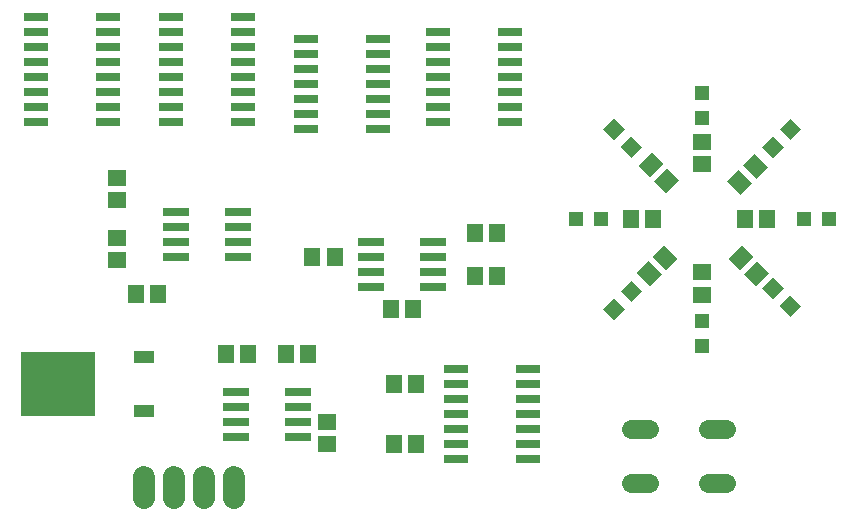
<source format=gts>
G04 EAGLE Gerber RS-274X export*
G75*
%MOMM*%
%FSLAX34Y34*%
%LPD*%
%INSoldermask Top*%
%IPPOS*%
%AMOC8*
5,1,8,0,0,1.08239X$1,22.5*%
G01*
%ADD10R,1.601600X1.401600*%
%ADD11R,1.401600X1.601600*%
%ADD12R,1.301600X1.301600*%
%ADD13R,1.301600X1.301600*%
%ADD14R,6.301600X5.501600*%
%ADD15R,1.701600X1.101600*%
%ADD16R,2.301600X0.701600*%
%ADD17R,2.133600X0.762000*%
%ADD18C,1.625600*%
%ADD19C,1.901600*%


D10*
X114300Y282600D03*
X114300Y301600D03*
X292100Y95200D03*
X292100Y76200D03*
D11*
X298400Y234950D03*
X279400Y234950D03*
D12*
X609600Y373720D03*
X609600Y352720D03*
D13*
G36*
X684335Y333502D02*
X675132Y342705D01*
X684335Y351908D01*
X693538Y342705D01*
X684335Y333502D01*
G37*
G36*
X669485Y318652D02*
X660282Y327855D01*
X669485Y337058D01*
X678688Y327855D01*
X669485Y318652D01*
G37*
D12*
X716620Y266700D03*
X695620Y266700D03*
D13*
G36*
X675132Y193235D02*
X684335Y202438D01*
X693538Y193235D01*
X684335Y184032D01*
X675132Y193235D01*
G37*
G36*
X660282Y208085D02*
X669485Y217288D01*
X678688Y208085D01*
X669485Y198882D01*
X660282Y208085D01*
G37*
D12*
X609600Y159680D03*
X609600Y180680D03*
D13*
G36*
X534865Y199898D02*
X544068Y190695D01*
X534865Y181492D01*
X525662Y190695D01*
X534865Y199898D01*
G37*
G36*
X549715Y214748D02*
X558918Y205545D01*
X549715Y196342D01*
X540512Y205545D01*
X549715Y214748D01*
G37*
D12*
X502580Y266700D03*
X523580Y266700D03*
D13*
G36*
X544068Y342705D02*
X534865Y333502D01*
X525662Y342705D01*
X534865Y351908D01*
X544068Y342705D01*
G37*
G36*
X558918Y327855D02*
X549715Y318652D01*
X540512Y327855D01*
X549715Y337058D01*
X558918Y327855D01*
G37*
D11*
X130200Y203200D03*
X149200Y203200D03*
G36*
X580195Y309969D02*
X590105Y300059D01*
X578781Y288735D01*
X568871Y298645D01*
X580195Y309969D01*
G37*
G36*
X566759Y323405D02*
X576669Y313495D01*
X565345Y302171D01*
X555435Y312081D01*
X566759Y323405D01*
G37*
D10*
X609600Y313080D03*
X609600Y332080D03*
D11*
G36*
X651599Y297375D02*
X641689Y287465D01*
X630365Y298789D01*
X640275Y308699D01*
X651599Y297375D01*
G37*
G36*
X665035Y310811D02*
X655125Y300901D01*
X643801Y312225D01*
X653711Y322135D01*
X665035Y310811D01*
G37*
X645820Y266700D03*
X664820Y266700D03*
X348640Y76200D03*
X367640Y76200D03*
G36*
X567601Y234755D02*
X577511Y244665D01*
X588835Y233341D01*
X578925Y223431D01*
X567601Y234755D01*
G37*
G36*
X554165Y221319D02*
X564075Y231229D01*
X575399Y219905D01*
X565489Y209995D01*
X554165Y221319D01*
G37*
D10*
X609600Y221590D03*
X609600Y202590D03*
D11*
G36*
X641545Y223431D02*
X631635Y233341D01*
X642959Y244665D01*
X652869Y234755D01*
X641545Y223431D01*
G37*
G36*
X654981Y209995D02*
X645071Y219905D01*
X656395Y231229D01*
X666305Y221319D01*
X654981Y209995D01*
G37*
D10*
X114300Y231800D03*
X114300Y250800D03*
D11*
X367640Y127000D03*
X348640Y127000D03*
X206400Y152400D03*
X225400Y152400D03*
X276200Y152400D03*
X257200Y152400D03*
X436220Y255270D03*
X417220Y255270D03*
X436220Y218440D03*
X417220Y218440D03*
X346100Y190500D03*
X365100Y190500D03*
X568300Y266700D03*
X549300Y266700D03*
D14*
X63900Y127000D03*
D15*
X136900Y104200D03*
X136900Y149800D03*
D16*
X216500Y247650D03*
X164500Y247650D03*
X216500Y234950D03*
X216500Y260350D03*
X216500Y273050D03*
X164500Y234950D03*
X164500Y260350D03*
X164500Y273050D03*
D17*
X45466Y438150D03*
X106934Y438150D03*
X45466Y425450D03*
X45466Y412750D03*
X106934Y425450D03*
X106934Y412750D03*
X45466Y400050D03*
X106934Y400050D03*
X45466Y387350D03*
X106934Y387350D03*
X45466Y374650D03*
X45466Y361950D03*
X106934Y374650D03*
X106934Y361950D03*
X45466Y349250D03*
X106934Y349250D03*
X159766Y438150D03*
X221234Y438150D03*
X159766Y425450D03*
X159766Y412750D03*
X221234Y425450D03*
X221234Y412750D03*
X159766Y400050D03*
X221234Y400050D03*
X159766Y387350D03*
X221234Y387350D03*
X159766Y374650D03*
X159766Y361950D03*
X221234Y374650D03*
X221234Y361950D03*
X159766Y349250D03*
X221234Y349250D03*
D16*
X215300Y107950D03*
X267300Y107950D03*
X215300Y120650D03*
X215300Y95250D03*
X215300Y82550D03*
X267300Y120650D03*
X267300Y95250D03*
X267300Y82550D03*
D17*
X401066Y139700D03*
X462534Y139700D03*
X401066Y127000D03*
X401066Y114300D03*
X462534Y127000D03*
X462534Y114300D03*
X401066Y101600D03*
X462534Y101600D03*
X401066Y88900D03*
X401066Y76200D03*
X462534Y88900D03*
X462534Y76200D03*
X401066Y63500D03*
X462534Y63500D03*
D16*
X329600Y234950D03*
X381600Y234950D03*
X329600Y247650D03*
X329600Y222250D03*
X329600Y209550D03*
X381600Y247650D03*
X381600Y222250D03*
X381600Y209550D03*
D17*
X274066Y419100D03*
X335534Y419100D03*
X274066Y406400D03*
X274066Y393700D03*
X335534Y406400D03*
X335534Y393700D03*
X274066Y381000D03*
X335534Y381000D03*
X274066Y368300D03*
X274066Y355600D03*
X335534Y368300D03*
X335534Y355600D03*
X274066Y342900D03*
X335534Y342900D03*
X385826Y425450D03*
X447294Y425450D03*
X385826Y412750D03*
X385826Y400050D03*
X447294Y412750D03*
X447294Y400050D03*
X385826Y387350D03*
X447294Y387350D03*
X385826Y374650D03*
X385826Y361950D03*
X447294Y374650D03*
X447294Y361950D03*
X385826Y349250D03*
X447294Y349250D03*
D18*
X549148Y88646D02*
X564388Y88646D01*
X564388Y43434D02*
X549148Y43434D01*
X614172Y88646D02*
X629412Y88646D01*
X629412Y43434D02*
X614172Y43434D01*
D19*
X137160Y48370D02*
X137160Y30370D01*
X162560Y30370D02*
X162560Y48370D01*
X187960Y48370D02*
X187960Y30370D01*
X213360Y30370D02*
X213360Y48370D01*
M02*

</source>
